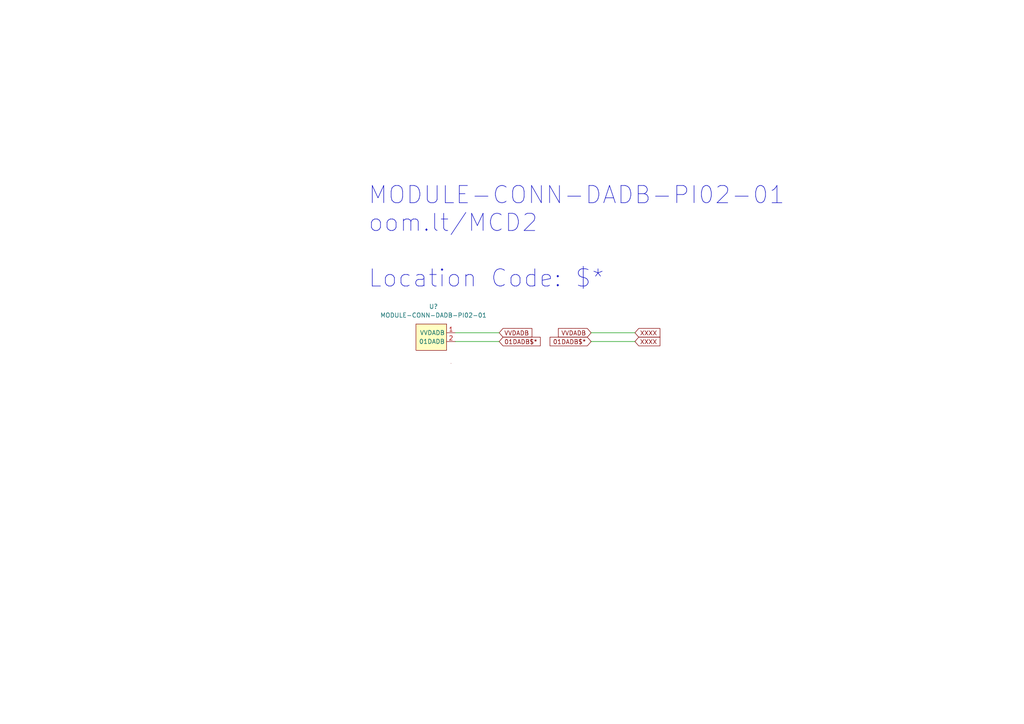
<source format=kicad_sch>
(kicad_sch (version 20211123) (generator eeschema)
  (paper "A4")
  (lib_symbols
    (symbol "oomlout_OOMP_modules:MODULE-CONN-DADB-PI02-01"
      (property "Reference" "U" (at 0 7.62 0))
      (property "Value" "MODULE-CONN-DADB-PI02-01" (at 0 5.08 0))
      (symbol "MODULE-CONN-DADB-PI02-01_0_1"
        (rectangle (start -11.43 2.54) (end -2.54 -5.08) (fill (type background)))
        (rectangle (start -1.27 -8.89) (end -1.27 -8.89))
      )
      (symbol "MODULE-CONN-DADB-PI02-01_1_1"
        (pin input line (at 0 0 180) (length 2.54) (name "VVDADB") (number "1"))
        (pin input line (at 0 -2.54 180) (length 2.54) (name "01DADB") (number "2"))
      )
    )
  )
  (wire (pts (xy 171.45 99.06) (xy 184.15 99.06)))
  (wire (pts (xy 132.08 96.52) (xy 144.78 96.52)))
  (wire (pts (xy 132.08 99.06) (xy 144.78 99.06)))
  (wire (pts (xy 171.45 96.52) (xy 184.15 96.52)))
  (text "MODULE-CONN-DADB-PI02-01\noom.lt/MCD2\n\nLocation Code: $*" (at 106.68 83.82 0) (effects (font (size 5 5)) (justify left bottom)))
  (global_label "XXXX" (shape input) (at 184.15 96.52 0) (property "Intersheet References" "${INTERSHEET_REFS}" (effects hide)))
  (global_label "01DADB$*" (shape input) (at 144.78 99.06 0) (property "Intersheet References" "${INTERSHEET_REFS}" (effects hide)))
  (global_label "XXXX" (shape input) (at 184.15 99.06 0) (property "Intersheet References" "${INTERSHEET_REFS}" (effects hide)))
  (global_label "VVDADB" (shape input) (at 144.78 96.52 0) (property "Intersheet References" "${INTERSHEET_REFS}" (effects hide)))
  (global_label "VVDADB" (shape input) (at 171.45 96.52 180) (property "Intersheet References" "${INTERSHEET_REFS}" (effects hide)))
  (global_label "01DADB$*" (shape input) (at 171.45 99.06 180) (property "Intersheet References" "${INTERSHEET_REFS}" (effects hide)))
  (symbol (lib_id "oomlout_OOMP_modules:MODULE-CONN-DADB-PI02-01") (at 132.08 96.52 0) (unit 1)
    (property "Reference" "U?" (at 125.73 88.9 0))
    (property "Value" "MODULE-CONN-DADB-PI02-01" (at 125.73 91.44 0))
    (property "Footprint" "oomlout_OOMP_modules:MODULE-CONN-DADB-PI02-01" (effects hide))
    (property "Datasheet" "oom.lt/MDP2" (effects hide))
  )
)
</source>
